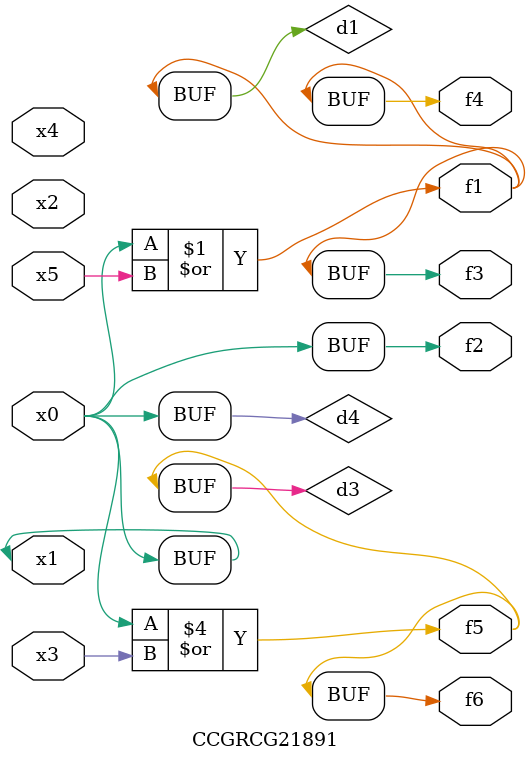
<source format=v>
module CCGRCG21891(
	input x0, x1, x2, x3, x4, x5,
	output f1, f2, f3, f4, f5, f6
);

	wire d1, d2, d3, d4;

	or (d1, x0, x5);
	xnor (d2, x1, x4);
	or (d3, x0, x3);
	buf (d4, x0, x1);
	assign f1 = d1;
	assign f2 = d4;
	assign f3 = d1;
	assign f4 = d1;
	assign f5 = d3;
	assign f6 = d3;
endmodule

</source>
